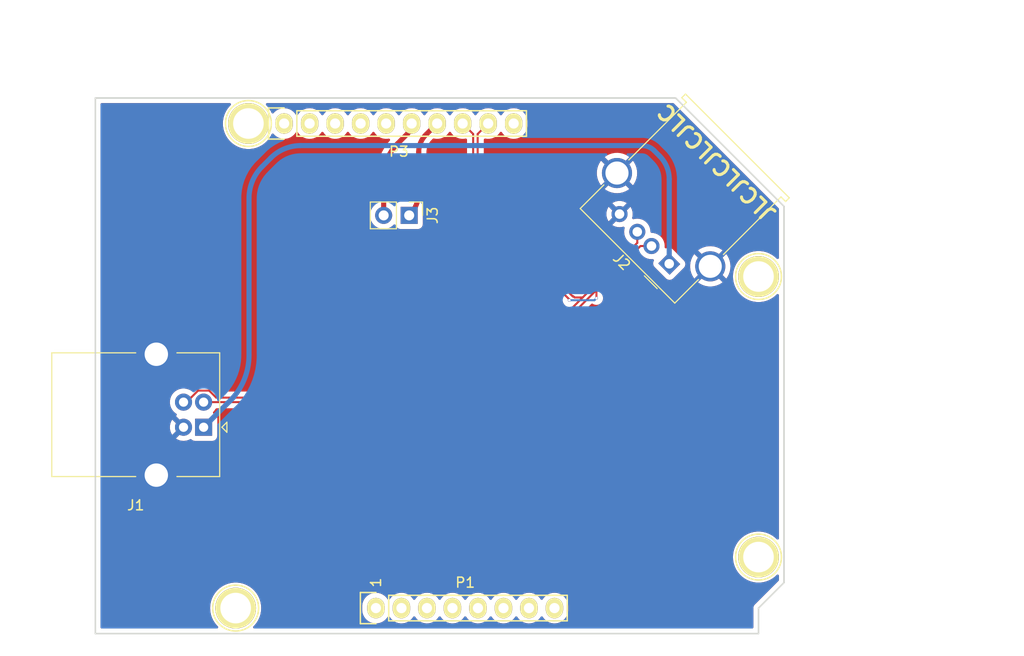
<source format=kicad_pcb>
(kicad_pcb (version 20210228) (generator pcbnew)
  (title_block (date "lun. 30 mars 2015"))
  (layers (0 "F.Cu" signal) (31 "B.Cu" signal) (34 "B.Paste" user) (35 "F.Paste" user) (36 "B.SilkS" user "B.Silkscreen") (37 "F.SilkS" user "F.Silkscreen") (38 "B.Mask" user) (39 "F.Mask" user) (44 "Edge.Cuts" user))
  (net 0 "")
  (net 1 "VBUS")
  (net 2 "/D-")
  (net 3 "/D+")
  (net 4 "GND")
  (net 5 "Net-(J3-Pad1)")
  (net 6 "Net-(J3-Pad2)")
  (footprint "Socket_Arduino_Uno:Socket_Strip_Arduino_1x08" (layer "F.Cu") (at 138.938 123.825)
    (fp_text reference "P1" (at 8.89 -2.54) (layer "F.SilkS"))
    (fp_text value "Power")
    (fp_line (start 19.05 -1.27) (end 1.27 -1.27) (layer "F.SilkS") (width 0.15))
    (fp_line (start 1.27 1.27) (end 19.05 1.27) (layer "F.SilkS") (width 0.15))
    (fp_line (start -1.55 -1.55) (end -1.55 1.55) (layer "F.SilkS") (width 0.15))
    (fp_line (start 0 -1.55) (end -1.55 -1.55) (layer "F.SilkS") (width 0.15))
    (fp_line (start -1.55 1.55) (end 0 1.55) (layer "F.SilkS") (width 0.15))
    (fp_line (start 1.27 1.27) (end 1.27 -1.27) (layer "F.SilkS") (width 0.15))
    (fp_line (start 19.05 1.27) (end 19.05 -1.27) (layer "F.SilkS") (width 0.15))
    (pad "1" thru_hole oval (at 0 0) (size 1.7272 2.032) (drill 1.016) (layers *.Cu *.Mask "F.SilkS"))
    (pad "2" thru_hole oval (at 2.54 0) (size 1.7272 2.032) (drill 1.016) (layers *.Cu *.Mask "F.SilkS"))
    (pad "3" thru_hole oval (at 5.08 0) (size 1.7272 2.032) (drill 1.016) (layers *.Cu *.Mask "F.SilkS"))
    (pad "4" thru_hole oval (at 7.62 0) (size 1.7272 2.032) (drill 1.016) (layers *.Cu *.Mask "F.SilkS"))
    (pad "5" thru_hole oval (at 10.16 0) (size 1.7272 2.032) (drill 1.016) (layers *.Cu *.Mask "F.SilkS"))
    (pad "6" thru_hole oval (at 12.7 0) (size 1.7272 2.032) (drill 1.016) (layers *.Cu *.Mask "F.SilkS"))
    (pad "7" thru_hole oval (at 15.24 0) (size 1.7272 2.032) (drill 1.016) (layers *.Cu *.Mask "F.SilkS"))
    (pad "8" thru_hole oval (at 17.78 0) (size 1.7272 2.032) (drill 1.016) (layers *.Cu *.Mask "F.SilkS"))
  )
  (footprint "Socket_Arduino_Uno:Socket_Strip_Arduino_1x10" (layer "F.Cu") (at 129.794 75.565)
    (fp_text reference "P3" (at 11.43 2.794) (layer "F.SilkS"))
    (fp_text value "Digital")
    (fp_line (start 24.13 -1.27) (end 1.27 -1.27) (layer "F.SilkS") (width 0.15))
    (fp_line (start 1.27 1.27) (end 24.13 1.27) (layer "F.SilkS") (width 0.15))
    (fp_line (start -1.55 -1.55) (end -1.55 1.55) (layer "F.SilkS") (width 0.15))
    (fp_line (start 0 -1.55) (end -1.55 -1.55) (layer "F.SilkS") (width 0.15))
    (fp_line (start 24.13 1.27) (end 24.13 -1.27) (layer "F.SilkS") (width 0.15))
    (fp_line (start 1.27 1.27) (end 1.27 -1.27) (layer "F.SilkS") (width 0.15))
    (fp_line (start -1.55 1.55) (end 0 1.55) (layer "F.SilkS") (width 0.15))
    (pad "1" thru_hole oval (at 0 0) (size 1.7272 2.032) (drill 1.016) (layers *.Cu *.Mask "F.SilkS"))
    (pad "2" thru_hole oval (at 2.54 0) (size 1.7272 2.032) (drill 1.016) (layers *.Cu *.Mask "F.SilkS"))
    (pad "3" thru_hole oval (at 5.08 0) (size 1.7272 2.032) (drill 1.016) (layers *.Cu *.Mask "F.SilkS"))
    (pad "4" thru_hole oval (at 7.62 0) (size 1.7272 2.032) (drill 1.016) (layers *.Cu *.Mask "F.SilkS"))
    (pad "5" thru_hole oval (at 10.16 0) (size 1.7272 2.032) (drill 1.016) (layers *.Cu *.Mask "F.SilkS"))
    (pad "6" thru_hole oval (at 12.7 0) (size 1.7272 2.032) (drill 1.016) (layers *.Cu *.Mask "F.SilkS") (net 6 "Net-(J3-Pad2)"))
    (pad "7" thru_hole oval (at 15.24 0) (size 1.7272 2.032) (drill 1.016) (layers *.Cu *.Mask "F.SilkS") (net 5 "Net-(J3-Pad1)"))
    (pad "8" thru_hole oval (at 17.78 0) (size 1.7272 2.032) (drill 1.016) (layers *.Cu *.Mask "F.SilkS") (net 2 "/D-"))
    (pad "9" thru_hole oval (at 20.32 0) (size 1.7272 2.032) (drill 1.016) (layers *.Cu *.Mask "F.SilkS") (net 3 "/D+"))
    (pad "10" thru_hole oval (at 22.86 0) (size 1.7272 2.032) (drill 1.016) (layers *.Cu *.Mask "F.SilkS"))
  )
  (footprint "Socket_Arduino_Uno:Arduino_1pin" (layer "F.Cu") (at 124.968 123.825)
    (fp_text reference "P5" hide)
    (fp_text value "CONN_01X01" hide)
    (fp_circle (center 0 0) (end 0 -2.286) (layer "F.SilkS") (width 0.15) (fill none))
    (pad "1" thru_hole circle (at 0 0) (size 4.064 4.064) (drill 3.048) (layers *.Cu *.Mask "F.SilkS"))
  )
  (footprint "Socket_Arduino_Uno:Arduino_1pin" (layer "F.Cu") (at 177.038 118.745)
    (fp_text reference "P6" hide)
    (fp_text value "CONN_01X01" hide)
    (fp_circle (center 0 0) (end 0 -2.286) (layer "F.SilkS") (width 0.15) (fill none))
    (pad "1" thru_hole circle (at 0 0) (size 4.064 4.064) (drill 3.048) (layers *.Cu *.Mask "F.SilkS"))
  )
  (footprint "Socket_Arduino_Uno:Arduino_1pin" (layer "F.Cu") (at 126.238 75.565)
    (fp_text reference "P7" hide)
    (fp_text value "CONN_01X01" hide)
    (fp_circle (center 0 0) (end 0 -2.286) (layer "F.SilkS") (width 0.15) (fill none))
    (pad "1" thru_hole circle (at 0 0) (size 4.064 4.064) (drill 3.048) (layers *.Cu *.Mask "F.SilkS"))
  )
  (footprint "Socket_Arduino_Uno:Arduino_1pin" (layer "F.Cu") (at 177.038 90.805)
    (fp_text reference "P8" hide)
    (fp_text value "CONN_01X01" hide)
    (fp_circle (center 0 0) (end 0 -2.286) (layer "F.SilkS") (width 0.15) (fill none))
    (pad "1" thru_hole circle (at 0 0) (size 4.064 4.064) (drill 3.048) (layers *.Cu *.Mask "F.SilkS"))
  )
  (footprint "Connector_USB:USB_B_OST_USB-B1HSxx_Horizontal" (layer "F.Cu") (at 121.7755 105.815 180)
    (fp_text reference "J1" (at 6.76 -7.77 180) (layer "F.SilkS"))
    (fp_text value "USB_A")
    (fp_line (start 6.76 -4.91) (end 15.12 -4.91) (layer "F.SilkS") (width 0.12))
    (fp_line (start -2.32 0.5) (end -1.82 0) (layer "F.SilkS") (width 0.12))
    (fp_line (start -1.6 -4.91) (end -1.6 7.41) (layer "F.SilkS") (width 0.12))
    (fp_line (start 2.66 -4.91) (end -1.6 -4.91) (layer "F.SilkS") (width 0.12))
    (fp_line (start 15.12 -4.91) (end 15.12 7.41) (layer "F.SilkS") (width 0.12))
    (fp_line (start -1.82 0) (end -2.32 -0.5) (layer "F.SilkS") (width 0.12))
    (fp_line (start -2.32 -0.5) (end -2.32 0.5) (layer "F.SilkS") (width 0.12))
    (fp_line (start -1.6 7.41) (end 2.66 7.41) (layer "F.SilkS") (width 0.12))
    (fp_line (start 15.12 7.41) (end 6.76 7.41) (layer "F.SilkS") (width 0.12))
    (pad "1" thru_hole rect (at 0 0 180) (size 1.7 1.7) (drill 0.92) (layers *.Cu *.Mask) (net 1 "VBUS"))
    (pad "2" thru_hole circle (at 0 2.5 180) (size 1.7 1.7) (drill 0.92) (layers *.Cu *.Mask) (net 2 "/D-"))
    (pad "3" thru_hole circle (at 2 2.5 180) (size 1.7 1.7) (drill 0.92) (layers *.Cu *.Mask) (net 3 "/D+"))
    (pad "4" thru_hole circle (at 2 0 180) (size 1.7 1.7) (drill 0.92) (layers *.Cu *.Mask) (net 4 "GND"))
    (pad "5" thru_hole circle (at 4.71 -4.77 180) (size 3.5 3.5) (drill 2.33) (layers *.Cu *.Mask) (net 4 "GND"))
    (pad "5" thru_hole circle (at 4.71 7.27 180) (size 3.5 3.5) (drill 2.33) (layers *.Cu *.Mask) (net 4 "GND"))
  )
  (footprint "Connector_USB:USB_A_Molex_67643_Horizontal" (layer "F.Cu") (at 168.148 89.535 135)
    (fp_text reference "J2" (at 3.5 -3.19 135) (layer "F.SilkS"))
    (fp_text value "USB_A")
    (fp_line (start 10.16 -2.38) (end 10.16 0.95) (layer "F.SilkS") (width 0.12))
    (fp_line (start 10.16 4.47) (end 10.16 12.58) (layer "F.SilkS") (width 0.12))
    (fp_line (start -3.16 -2.38) (end 10.16 -2.38) (layer "F.SilkS") (width 0.12))
    (fp_line (start -3.16 -2.38) (end -3.16 0.95) (layer "F.SilkS") (width 0.12))
    (fp_line (start -3.81 12.58) (end -3.81 13.1) (layer "F.SilkS") (width 0.12))
    (fp_line (start 10.81 12.58) (end 10.16 12.58) (layer "F.SilkS") (width 0.12))
    (fp_line (start -3.16 12.58) (end -3.81 12.58) (layer "F.SilkS") (width 0.12))
    (fp_line (start -3.16 12.58) (end -3.16 4.47) (layer "F.SilkS") (width 0.12))
    (fp_line (start -0.9 -2.6) (end 0.9 -2.6) (layer "F.SilkS") (width 0.12))
    (fp_line (start 10.81 13.1) (end 10.81 12.58) (layer "F.SilkS") (width 0.12))
    (fp_line (start -3.81 13.1) (end 10.81 13.1) (layer "F.SilkS") (width 0.12))
    (pad "1" thru_hole rect (at 0 0 135) (size 1.6 1.5) (drill 0.95) (layers *.Cu *.Mask) (net 1 "VBUS"))
    (pad "2" thru_hole circle (at 2.5 0 135) (size 1.6 1.6) (drill 0.95) (layers *.Cu *.Mask) (net 2 "/D-"))
    (pad "3" thru_hole circle (at 4.5 0 135) (size 1.6 1.6) (drill 0.95) (layers *.Cu *.Mask) (net 3 "/D+"))
    (pad "4" thru_hole circle (at 7 0 135) (size 1.6 1.6) (drill 0.95) (layers *.Cu *.Mask) (net 4 "GND"))
    (pad "5" thru_hole circle (at -3.07 2.71 135) (size 3 3) (drill 2.3) (layers *.Cu *.Mask) (net 4 "GND"))
    (pad "5" thru_hole circle (at 10.07 2.71 135) (size 3 3) (drill 2.3) (layers *.Cu *.Mask) (net 4 "GND"))
  )
  (footprint "Connector_PinHeader_2.54mm:PinHeader_1x02_P2.54mm_Vertical" (layer "F.Cu") (at 142.248 84.715 -90)
    (fp_text reference "J3" (at 0 -2.33 90) (layer "F.SilkS"))
    (fp_text value "Conn_01x02")
    (fp_line (start 1.33 1.27) (end 1.33 3.87) (layer "F.SilkS") (width 0.12))
    (fp_line (start -1.33 1.27) (end 1.33 1.27) (layer "F.SilkS") (width 0.12))
    (fp_line (start -1.33 3.87) (end 1.33 3.87) (layer "F.SilkS") (width 0.12))
    (fp_line (start -1.33 1.27) (end -1.33 3.87) (layer "F.SilkS") (width 0.12))
    (fp_line (start -1.33 0) (end -1.33 -1.33) (layer "F.SilkS") (width 0.12))
    (fp_line (start -1.33 -1.33) (end 0 -1.33) (layer "F.SilkS") (width 0.12))
    (pad "1" thru_hole rect (at 0 0 270) (size 1.7 1.7) (drill 1) (layers *.Cu *.Mask) (net 5 "Net-(J3-Pad1)"))
    (pad "2" thru_hole oval (at 0 2.54 270) (size 1.7 1.7) (drill 1) (layers *.Cu *.Mask) (net 6 "Net-(J3-Pad2)"))
  )
  (gr_line (start 110.998 126.365) (end 177.038 126.365) (angle 90) (layer "Edge.Cuts") (width 0.15))
  (gr_line (start 168.783 73.025) (end 110.998 73.025) (angle 90) (layer "Edge.Cuts") (width 0.15))
  (gr_line (start 110.998 73.025) (end 110.998 126.365) (angle 90) (layer "Edge.Cuts") (width 0.15))
  (gr_line (start 177.038 123.825) (end 179.578 121.285) (angle 90) (layer "Edge.Cuts") (width 0.15))
  (gr_line (start 179.578 121.285) (end 179.578 83.82) (angle 90) (layer "Edge.Cuts") (width 0.15))
  (gr_line (start 179.578 83.82) (end 168.783 73.025) (layer "Edge.Cuts") (width 0.15))
  (gr_line (start 177.038 126.365) (end 177.038 123.825) (angle 90) (layer "Edge.Cuts") (width 0.15))
  (gr_text "1" (at 138.938 121.285 90) (layer "F.SilkS") (effects (font (size 1 1))))
  (gr_text "JLCJLCJLCJLC" (at 172.898 79.465 135) (layer "F.SilkS") (effects (font (size 1.5 1.5) (thickness 0.3))))
  (segment (start 168.148 89.535) (end 168.148 81.115) (width 0.508) (layer "B.Cu") (net 1))
  (segment (start 126.298 83.003477) (end 126.298 98.623579) (width 0.508) (layer "B.Cu") (net 1))
  (segment (start 165.440894 77.765) (end 131.433281 77.765) (width 0.508) (layer "B.Cu") (net 1))
  (segment (start 128.470971 78.992029) (end 127.598 79.865) (width 0.508) (layer "B.Cu") (net 1))
  (segment (start 167.193406 78.810406) (end 166.648 78.265) (width 0.508) (layer "B.Cu") (net 1))
  (segment (start 124.752209 102.838291) (end 121.7755 105.815) (width 0.508) (layer "B.Cu") (net 1))
  (segment (start 124.410788 103.179712) (end 121.7755 105.815) (width 0.508) (layer "B.Cu") (net 1))
  (arc (start 126.298 98.623579) (mid 125.80753 101.08934) (end 124.410788 103.179712) (width 0.508) (layer "B.Cu") (net 1))
  (arc (start 166.648 78.265) (mid 166.094175 77.894946) (end 165.440894 77.765) (width 0.508) (layer "B.Cu") (net 1))
  (arc (start 168.148 81.115) (mid 167.899909 79.867763) (end 167.193406 78.810406) (width 0.508) (layer "B.Cu") (net 1))
  (arc (start 131.433281 77.765) (mid 129.83009 78.083894) (end 128.470971 78.992029) (width 0.508) (layer "B.Cu") (net 1))
  (arc (start 127.598 79.865) (mid 126.635859 81.304945) (end 126.298 83.003477) (width 0.508) (layer "B.Cu") (net 1))
  (segment (start 128.640478 103.724848) (end 128.61829 103.788257) (width 0.2) (layer "F.Cu") (net 2))
  (segment (start 127.748 103.315) (end 126.187652 103.315) (width 0.2) (layer "F.Cu") (net 2))
  (segment (start 128.677709 103.484835) (end 128.655521 103.548244) (width 0.2) (layer "F.Cu") (net 2))
  (segment (start 127.935046 103.380451) (end 127.878165 103.34471) (width 0.2) (layer "F.Cu") (net 2))
  (segment (start 128.01829 103.484835) (end 127.982549 103.427954) (width 0.2) (layer "F.Cu") (net 2))
  (segment (start 128.281243 103.95057) (end 128.217834 103.928382) (width 0.2) (layer "F.Cu") (net 2))
  (segment (start 127.982549 103.427954) (end 127.935046 103.380451) (width 0.2) (layer "F.Cu") (net 2))
  (segment (start 128.648 103.658091) (end 128.640478 103.724848) (width 0.2) (layer "F.Cu") (net 2))
  (segment (start 127.878165 103.34471) (end 127.814756 103.322522) (width 0.2) (layer "F.Cu") (net 2))
  (segment (start 128.048 103.615) (end 128.040478 103.548244) (width 0.2) (layer "F.Cu") (net 2))
  (segment (start 126.187652 103.315) (end 121.7755 103.315) (width 0.2) (layer "F.Cu") (net 2))
  (segment (start 160.898 92.15345) (end 160.992225 92.059225) (width 0.2) (layer "F.Cu") (net 2))
  (segment (start 165.284218 87.767233) (end 160.992225 92.059225) (width 0.2) (layer "F.Cu") (net 2))
  (segment (start 128.217834 103.928382) (end 128.160953 103.892641) (width 0.2) (layer "F.Cu") (net 2))
  (segment (start 165.677567 87.767233) (end 166.380233 87.767233) (width 0.2) (layer "F.Cu") (net 2))
  (segment (start 128.535046 103.892641) (end 128.478165 103.928382) (width 0.2) (layer "F.Cu") (net 2))
  (segment (start 128.055521 103.724848) (end 128.048 103.658091) (width 0.2) (layer "F.Cu") (net 2))
  (segment (start 160.898 92.965) (end 160.898 92.15345) (width 0.2) (layer "F.Cu") (net 2))
  (segment (start 128.040478 103.548244) (end 128.01829 103.484835) (width 0.2) (layer "F.Cu") (net 2))
  (segment (start 147.574 75.565) (end 148.618999 76.609999) (width 0.2) (layer "F.Cu") (net 2))
  (segment (start 128.348 103.958091) (end 128.281243 103.95057) (width 0.2) (layer "F.Cu") (net 2))
  (segment (start 166.380233 87.767233) (end 165.284218 87.767233) (width 0.2) (layer "F.Cu") (net 2))
  (segment (start 148.618999 76.609999) (end 148.618999 83.504199) (width 0.2) (layer "F.Cu") (net 2))
  (segment (start 128.160953 103.892641) (end 128.11345 103.845138) (width 0.2) (layer "F.Cu") (net 2))
  (segment (start 128.048 103.658091) (end 128.048 103.615) (width 0.2) (layer "F.Cu") (net 2))
  (segment (start 157.5389 92.4241) (end 158.2389 93.1241) (width 0.2) (layer "F.Cu") (net 2))
  (segment (start 128.11345 103.845138) (end 128.077709 103.788257) (width 0.2) (layer "F.Cu") (net 2))
  (segment (start 128.817834 103.34471) (end 128.760953 103.380451) (width 0.2) (layer "F.Cu") (net 2))
  (segment (start 148.618999 83.504199) (end 157.5389 92.4241) (width 0.2) (layer "F.Cu") (net 2))
  (segment (start 128.881243 103.322522) (end 128.817834 103.34471) (width 0.2) (layer "F.Cu") (net 2))
  (segment (start 128.414756 103.95057) (end 128.348 103.958091) (width 0.2) (layer "F.Cu") (net 2))
  (segment (start 128.655521 103.548244) (end 128.648 103.615) (width 0.2) (layer "F.Cu") (net 2))
  (segment (start 128.582549 103.845138) (end 128.535046 103.892641) (width 0.2) (layer "F.Cu") (net 2))
  (segment (start 128.760953 103.380451) (end 128.71345 103.427954) (width 0.2) (layer "F.Cu") (net 2))
  (segment (start 128.61829 103.788257) (end 128.582549 103.845138) (width 0.2) (layer "F.Cu") (net 2))
  (segment (start 128.948 103.315) (end 128.881243 103.322522) (width 0.2) (layer "F.Cu") (net 2))
  (segment (start 149.736451 103.315) (end 128.948 103.315) (width 0.2) (layer "F.Cu") (net 2))
  (segment (start 128.478165 103.928382) (end 128.414756 103.95057) (width 0.2) (layer "F.Cu") (net 2))
  (segment (start 160.992225 92.059225) (end 149.736451 103.315) (width 0.2) (layer "F.Cu") (net 2))
  (segment (start 128.077709 103.788257) (end 128.055521 103.724848) (width 0.2) (layer "F.Cu") (net 2))
  (segment (start 128.648 103.615) (end 128.648 103.658091) (width 0.2) (layer "F.Cu") (net 2))
  (segment (start 128.71345 103.427954) (end 128.677709 103.484835) (width 0.2) (layer "F.Cu") (net 2))
  (segment (start 127.814756 103.322522) (end 127.748 103.315) (width 0.2) (layer "F.Cu") (net 2))
  (via (at 160.898 92.965) (size 0.3) (drill 0.25) (layers "F.Cu" "B.Cu") (net 2))
  (via (at 158.198 93.165) (size 0.3) (drill 0.25) (layers "F.Cu" "B.Cu") (net 2))
  (segment (start 158.198 93.165) (end 160.698 93.165) (width 0.2) (layer "B.Cu") (net 2))
  (segment (start 160.698 93.165) (end 160.898 92.965) (width 0.2) (layer "B.Cu") (net 2))
  (segment (start 158.724027 92.891027) (end 159.524027 92.891027) (width 0.2) (layer "F.Cu") (net 3))
  (segment (start 123.027517 102.865) (end 149.550053 102.865) (width 0.2) (layer "F.Cu") (net 3))
  (segment (start 149.069001 83.317801) (end 157.286131 91.534931) (width 0.2) (layer "F.Cu") (net 3))
  (segment (start 159.524027 92.891027) (end 164.966019 87.449034) (width 0.2) (layer "F.Cu") (net 3))
  (segment (start 164.966019 87.449034) (end 164.966019 86.353019) (width 0.2) (layer "F.Cu") (net 3))
  (segment (start 121.223494 102.164989) (end 122.327506 102.164989) (width 0.2) (layer "F.Cu") (net 3))
  (segment (start 158.598 92.765) (end 158.724027 92.891027) (width 0.2) (layer "F.Cu") (net 3))
  (segment (start 149.069001 76.609999) (end 149.069001 83.317801) (width 0.2) (layer "F.Cu") (net 3))
  (segment (start 152.275053 100.14) (end 159.524027 92.891027) (width 0.2) (layer "F.Cu") (net 3))
  (segment (start 119.7755 103.315) (end 120.2255 102.865) (width 0.2) (layer "F.Cu") (net 3))
  (segment (start 120.523483 102.865) (end 121.223494 102.164989) (width 0.2) (layer "F.Cu") (net 3))
  (segment (start 150.114 75.565) (end 149.069001 76.609999) (width 0.2) (layer "F.Cu") (net 3))
  (segment (start 120.2255 102.865) (end 120.523483 102.865) (width 0.2) (layer "F.Cu") (net 3))
  (segment (start 149.550053 102.865) (end 152.275053 100.14) (width 0.2) (layer "F.Cu") (net 3))
  (segment (start 157.286131 91.534931) (end 158.5571 92.8059) (width 0.2) (layer "F.Cu") (net 3))
  (segment (start 164.966019 86.353019) (end 164.954038 86.365) (width 0.2) (layer "F.Cu") (net 3))
  (segment (start 122.327506 102.164989) (end 123.027517 102.865) (width 0.2) (layer "F.Cu") (net 3))
  (segment (start 143.198 78.415) (end 143.198 82.421498) (width 0.508) (layer "F.Cu") (net 5))
  (segment (start 145.034 75.565) (end 143.915006 76.683994) (width 0.508) (layer "F.Cu") (net 5))
  (arc (start 143.915006 76.683994) (mid 143.384344 77.478186) (end 143.198 78.415) (width 0.508) (layer "F.Cu") (net 5))
  (arc (start 143.198 82.421498) (mid 142.951103 83.662732) (end 142.248 84.715) (width 0.508) (layer "F.Cu") (net 5))
  (segment (start 142.066908 76.596093) (end 141.098 77.565) (width 0.508) (layer "F.Cu") (net 6))
  (segment (start 139.708 80.920756) (end 139.708 84.715) (width 0.508) (layer "F.Cu") (net 6))
  (segment (start 142.494 75.565) (end 142.494 75.569) (width 0.508) (layer "F.Cu") (net 6))
  (arc (start 141.098 77.565) (mid 140.069249 79.104634) (end 139.708 80.920756) (width 0.508) (layer "F.Cu") (net 6))
  (arc (start 142.494 75.565) (mid 142.383002 76.123023) (end 142.066908 76.596093) (width 0.508) (layer "F.Cu") (net 6))
  (zone (net 4) (net_name "GND") (layers F&B.Cu) (connect_pads (clearance 0.508)) (min_thickness 0.254) (fill yes (thermal_gap 0.508) (thermal_bridge_width 0.508))
    (polygon (pts (xy 203.498 63.265) (xy 186.098 126.515) (xy 101.498 128.615) (xy 104.548 68.315)))
  )
)
</source>
